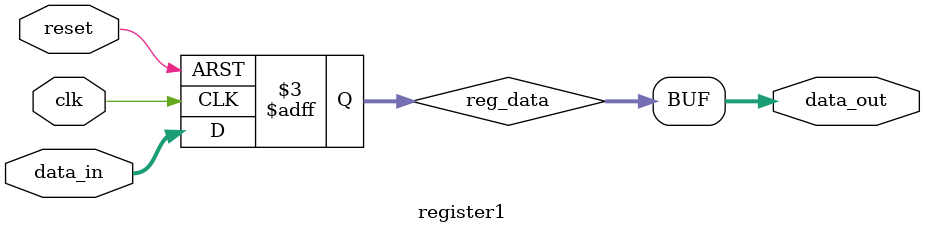
<source format=v>
module register1 #(parameter Groupsize = 8) (
    input wire clk,      // Clock input
    input wire reset,    // Reset input
    input wire  [1:0] data_in,  // Data input (1 bits)
    output wire [1:0] data_out  // Data output (1 bits)
);

    reg [1:0] reg_data;  // 4-bit register data
    
    always @(posedge clk or negedge reset) begin
        if (!reset) begin
            reg_data <= 2'b00;  // Reset the register to 0
        end else begin
            reg_data <= data_in;  // Load data on each clock edge
        end
    end

    assign data_out = reg_data;  // Output is the register data

endmodule
</source>
